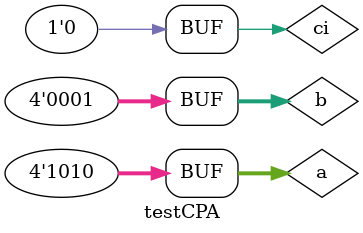
<source format=v>
module testCPA();
reg [3:0] a, b; 
reg ci;
wire [3:0] s;
wire co;
CPA cpa(a, b, ci, s, co);
initial begin 
#100
a = 4'b1010;
b = 4'b0001; 
ci = 1'b0; 
#100 
a = 4'b1010;
b = 4'b0001; 
ci = 1'b0; 
end 
endmodule 
</source>
